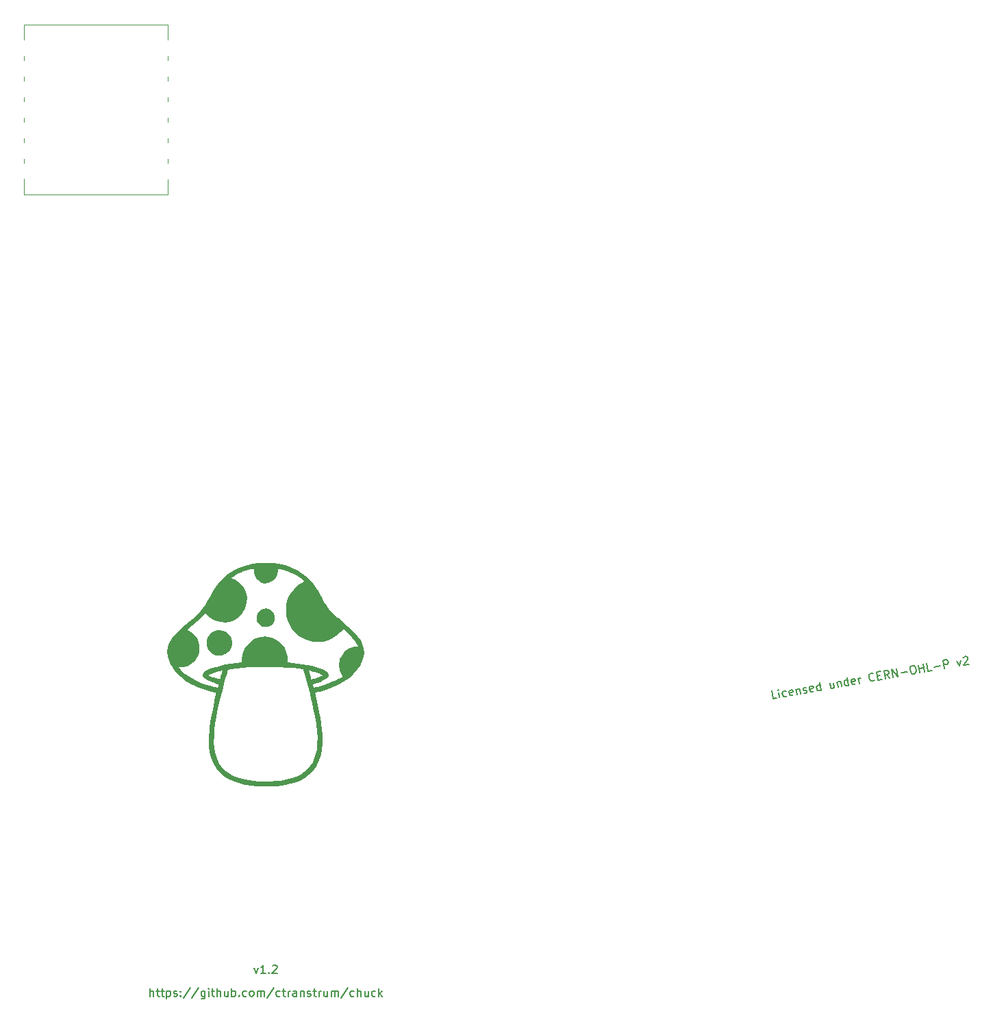
<source format=gbr>
%TF.GenerationSoftware,KiCad,Pcbnew,8.0.7*%
%TF.CreationDate,2025-02-03T22:04:45-07:00*%
%TF.ProjectId,chuck,63687563-6b2e-46b6-9963-61645f706362,v1.2*%
%TF.SameCoordinates,Original*%
%TF.FileFunction,Legend,Top*%
%TF.FilePolarity,Positive*%
%FSLAX46Y46*%
G04 Gerber Fmt 4.6, Leading zero omitted, Abs format (unit mm)*
G04 Created by KiCad (PCBNEW 8.0.7) date 2025-02-03 22:04:45*
%MOMM*%
%LPD*%
G01*
G04 APERTURE LIST*
%ADD10C,0.153000*%
%ADD11C,0.120000*%
%ADD12C,0.000000*%
G04 APERTURE END LIST*
D10*
X150009742Y-148080509D02*
X150247837Y-148747176D01*
X150247837Y-148747176D02*
X150485932Y-148080509D01*
X151390694Y-148747176D02*
X150819266Y-148747176D01*
X151104980Y-148747176D02*
X151104980Y-147747176D01*
X151104980Y-147747176D02*
X151009742Y-147890033D01*
X151009742Y-147890033D02*
X150914504Y-147985271D01*
X150914504Y-147985271D02*
X150819266Y-148032890D01*
X151819266Y-148651937D02*
X151866885Y-148699557D01*
X151866885Y-148699557D02*
X151819266Y-148747176D01*
X151819266Y-148747176D02*
X151771647Y-148699557D01*
X151771647Y-148699557D02*
X151819266Y-148651937D01*
X151819266Y-148651937D02*
X151819266Y-148747176D01*
X152247837Y-147842414D02*
X152295456Y-147794795D01*
X152295456Y-147794795D02*
X152390694Y-147747176D01*
X152390694Y-147747176D02*
X152628789Y-147747176D01*
X152628789Y-147747176D02*
X152724027Y-147794795D01*
X152724027Y-147794795D02*
X152771646Y-147842414D01*
X152771646Y-147842414D02*
X152819265Y-147937652D01*
X152819265Y-147937652D02*
X152819265Y-148032890D01*
X152819265Y-148032890D02*
X152771646Y-148175747D01*
X152771646Y-148175747D02*
X152200218Y-148747176D01*
X152200218Y-148747176D02*
X152819265Y-148747176D01*
X137128792Y-151597181D02*
X137128792Y-150597181D01*
X137557363Y-151597181D02*
X137557363Y-151073371D01*
X137557363Y-151073371D02*
X137509744Y-150978133D01*
X137509744Y-150978133D02*
X137414506Y-150930514D01*
X137414506Y-150930514D02*
X137271649Y-150930514D01*
X137271649Y-150930514D02*
X137176411Y-150978133D01*
X137176411Y-150978133D02*
X137128792Y-151025752D01*
X137890697Y-150930514D02*
X138271649Y-150930514D01*
X138033554Y-150597181D02*
X138033554Y-151454323D01*
X138033554Y-151454323D02*
X138081173Y-151549562D01*
X138081173Y-151549562D02*
X138176411Y-151597181D01*
X138176411Y-151597181D02*
X138271649Y-151597181D01*
X138462126Y-150930514D02*
X138843078Y-150930514D01*
X138604983Y-150597181D02*
X138604983Y-151454323D01*
X138604983Y-151454323D02*
X138652602Y-151549562D01*
X138652602Y-151549562D02*
X138747840Y-151597181D01*
X138747840Y-151597181D02*
X138843078Y-151597181D01*
X139176412Y-150930514D02*
X139176412Y-151930514D01*
X139176412Y-150978133D02*
X139271650Y-150930514D01*
X139271650Y-150930514D02*
X139462126Y-150930514D01*
X139462126Y-150930514D02*
X139557364Y-150978133D01*
X139557364Y-150978133D02*
X139604983Y-151025752D01*
X139604983Y-151025752D02*
X139652602Y-151120990D01*
X139652602Y-151120990D02*
X139652602Y-151406704D01*
X139652602Y-151406704D02*
X139604983Y-151501942D01*
X139604983Y-151501942D02*
X139557364Y-151549562D01*
X139557364Y-151549562D02*
X139462126Y-151597181D01*
X139462126Y-151597181D02*
X139271650Y-151597181D01*
X139271650Y-151597181D02*
X139176412Y-151549562D01*
X140033555Y-151549562D02*
X140128793Y-151597181D01*
X140128793Y-151597181D02*
X140319269Y-151597181D01*
X140319269Y-151597181D02*
X140414507Y-151549562D01*
X140414507Y-151549562D02*
X140462126Y-151454323D01*
X140462126Y-151454323D02*
X140462126Y-151406704D01*
X140462126Y-151406704D02*
X140414507Y-151311466D01*
X140414507Y-151311466D02*
X140319269Y-151263847D01*
X140319269Y-151263847D02*
X140176412Y-151263847D01*
X140176412Y-151263847D02*
X140081174Y-151216228D01*
X140081174Y-151216228D02*
X140033555Y-151120990D01*
X140033555Y-151120990D02*
X140033555Y-151073371D01*
X140033555Y-151073371D02*
X140081174Y-150978133D01*
X140081174Y-150978133D02*
X140176412Y-150930514D01*
X140176412Y-150930514D02*
X140319269Y-150930514D01*
X140319269Y-150930514D02*
X140414507Y-150978133D01*
X140890698Y-151501942D02*
X140938317Y-151549562D01*
X140938317Y-151549562D02*
X140890698Y-151597181D01*
X140890698Y-151597181D02*
X140843079Y-151549562D01*
X140843079Y-151549562D02*
X140890698Y-151501942D01*
X140890698Y-151501942D02*
X140890698Y-151597181D01*
X140890698Y-150978133D02*
X140938317Y-151025752D01*
X140938317Y-151025752D02*
X140890698Y-151073371D01*
X140890698Y-151073371D02*
X140843079Y-151025752D01*
X140843079Y-151025752D02*
X140890698Y-150978133D01*
X140890698Y-150978133D02*
X140890698Y-151073371D01*
X142081173Y-150549562D02*
X141224031Y-151835276D01*
X143128792Y-150549562D02*
X142271650Y-151835276D01*
X143890697Y-150930514D02*
X143890697Y-151740038D01*
X143890697Y-151740038D02*
X143843078Y-151835276D01*
X143843078Y-151835276D02*
X143795459Y-151882895D01*
X143795459Y-151882895D02*
X143700221Y-151930514D01*
X143700221Y-151930514D02*
X143557364Y-151930514D01*
X143557364Y-151930514D02*
X143462126Y-151882895D01*
X143890697Y-151549562D02*
X143795459Y-151597181D01*
X143795459Y-151597181D02*
X143604983Y-151597181D01*
X143604983Y-151597181D02*
X143509745Y-151549562D01*
X143509745Y-151549562D02*
X143462126Y-151501942D01*
X143462126Y-151501942D02*
X143414507Y-151406704D01*
X143414507Y-151406704D02*
X143414507Y-151120990D01*
X143414507Y-151120990D02*
X143462126Y-151025752D01*
X143462126Y-151025752D02*
X143509745Y-150978133D01*
X143509745Y-150978133D02*
X143604983Y-150930514D01*
X143604983Y-150930514D02*
X143795459Y-150930514D01*
X143795459Y-150930514D02*
X143890697Y-150978133D01*
X144366888Y-151597181D02*
X144366888Y-150930514D01*
X144366888Y-150597181D02*
X144319269Y-150644800D01*
X144319269Y-150644800D02*
X144366888Y-150692419D01*
X144366888Y-150692419D02*
X144414507Y-150644800D01*
X144414507Y-150644800D02*
X144366888Y-150597181D01*
X144366888Y-150597181D02*
X144366888Y-150692419D01*
X144700221Y-150930514D02*
X145081173Y-150930514D01*
X144843078Y-150597181D02*
X144843078Y-151454323D01*
X144843078Y-151454323D02*
X144890697Y-151549562D01*
X144890697Y-151549562D02*
X144985935Y-151597181D01*
X144985935Y-151597181D02*
X145081173Y-151597181D01*
X145414507Y-151597181D02*
X145414507Y-150597181D01*
X145843078Y-151597181D02*
X145843078Y-151073371D01*
X145843078Y-151073371D02*
X145795459Y-150978133D01*
X145795459Y-150978133D02*
X145700221Y-150930514D01*
X145700221Y-150930514D02*
X145557364Y-150930514D01*
X145557364Y-150930514D02*
X145462126Y-150978133D01*
X145462126Y-150978133D02*
X145414507Y-151025752D01*
X146747840Y-150930514D02*
X146747840Y-151597181D01*
X146319269Y-150930514D02*
X146319269Y-151454323D01*
X146319269Y-151454323D02*
X146366888Y-151549562D01*
X146366888Y-151549562D02*
X146462126Y-151597181D01*
X146462126Y-151597181D02*
X146604983Y-151597181D01*
X146604983Y-151597181D02*
X146700221Y-151549562D01*
X146700221Y-151549562D02*
X146747840Y-151501942D01*
X147224031Y-151597181D02*
X147224031Y-150597181D01*
X147224031Y-150978133D02*
X147319269Y-150930514D01*
X147319269Y-150930514D02*
X147509745Y-150930514D01*
X147509745Y-150930514D02*
X147604983Y-150978133D01*
X147604983Y-150978133D02*
X147652602Y-151025752D01*
X147652602Y-151025752D02*
X147700221Y-151120990D01*
X147700221Y-151120990D02*
X147700221Y-151406704D01*
X147700221Y-151406704D02*
X147652602Y-151501942D01*
X147652602Y-151501942D02*
X147604983Y-151549562D01*
X147604983Y-151549562D02*
X147509745Y-151597181D01*
X147509745Y-151597181D02*
X147319269Y-151597181D01*
X147319269Y-151597181D02*
X147224031Y-151549562D01*
X148128793Y-151501942D02*
X148176412Y-151549562D01*
X148176412Y-151549562D02*
X148128793Y-151597181D01*
X148128793Y-151597181D02*
X148081174Y-151549562D01*
X148081174Y-151549562D02*
X148128793Y-151501942D01*
X148128793Y-151501942D02*
X148128793Y-151597181D01*
X149033554Y-151549562D02*
X148938316Y-151597181D01*
X148938316Y-151597181D02*
X148747840Y-151597181D01*
X148747840Y-151597181D02*
X148652602Y-151549562D01*
X148652602Y-151549562D02*
X148604983Y-151501942D01*
X148604983Y-151501942D02*
X148557364Y-151406704D01*
X148557364Y-151406704D02*
X148557364Y-151120990D01*
X148557364Y-151120990D02*
X148604983Y-151025752D01*
X148604983Y-151025752D02*
X148652602Y-150978133D01*
X148652602Y-150978133D02*
X148747840Y-150930514D01*
X148747840Y-150930514D02*
X148938316Y-150930514D01*
X148938316Y-150930514D02*
X149033554Y-150978133D01*
X149604983Y-151597181D02*
X149509745Y-151549562D01*
X149509745Y-151549562D02*
X149462126Y-151501942D01*
X149462126Y-151501942D02*
X149414507Y-151406704D01*
X149414507Y-151406704D02*
X149414507Y-151120990D01*
X149414507Y-151120990D02*
X149462126Y-151025752D01*
X149462126Y-151025752D02*
X149509745Y-150978133D01*
X149509745Y-150978133D02*
X149604983Y-150930514D01*
X149604983Y-150930514D02*
X149747840Y-150930514D01*
X149747840Y-150930514D02*
X149843078Y-150978133D01*
X149843078Y-150978133D02*
X149890697Y-151025752D01*
X149890697Y-151025752D02*
X149938316Y-151120990D01*
X149938316Y-151120990D02*
X149938316Y-151406704D01*
X149938316Y-151406704D02*
X149890697Y-151501942D01*
X149890697Y-151501942D02*
X149843078Y-151549562D01*
X149843078Y-151549562D02*
X149747840Y-151597181D01*
X149747840Y-151597181D02*
X149604983Y-151597181D01*
X150366888Y-151597181D02*
X150366888Y-150930514D01*
X150366888Y-151025752D02*
X150414507Y-150978133D01*
X150414507Y-150978133D02*
X150509745Y-150930514D01*
X150509745Y-150930514D02*
X150652602Y-150930514D01*
X150652602Y-150930514D02*
X150747840Y-150978133D01*
X150747840Y-150978133D02*
X150795459Y-151073371D01*
X150795459Y-151073371D02*
X150795459Y-151597181D01*
X150795459Y-151073371D02*
X150843078Y-150978133D01*
X150843078Y-150978133D02*
X150938316Y-150930514D01*
X150938316Y-150930514D02*
X151081173Y-150930514D01*
X151081173Y-150930514D02*
X151176412Y-150978133D01*
X151176412Y-150978133D02*
X151224031Y-151073371D01*
X151224031Y-151073371D02*
X151224031Y-151597181D01*
X152414506Y-150549562D02*
X151557364Y-151835276D01*
X153176411Y-151549562D02*
X153081173Y-151597181D01*
X153081173Y-151597181D02*
X152890697Y-151597181D01*
X152890697Y-151597181D02*
X152795459Y-151549562D01*
X152795459Y-151549562D02*
X152747840Y-151501942D01*
X152747840Y-151501942D02*
X152700221Y-151406704D01*
X152700221Y-151406704D02*
X152700221Y-151120990D01*
X152700221Y-151120990D02*
X152747840Y-151025752D01*
X152747840Y-151025752D02*
X152795459Y-150978133D01*
X152795459Y-150978133D02*
X152890697Y-150930514D01*
X152890697Y-150930514D02*
X153081173Y-150930514D01*
X153081173Y-150930514D02*
X153176411Y-150978133D01*
X153462126Y-150930514D02*
X153843078Y-150930514D01*
X153604983Y-150597181D02*
X153604983Y-151454323D01*
X153604983Y-151454323D02*
X153652602Y-151549562D01*
X153652602Y-151549562D02*
X153747840Y-151597181D01*
X153747840Y-151597181D02*
X153843078Y-151597181D01*
X154176412Y-151597181D02*
X154176412Y-150930514D01*
X154176412Y-151120990D02*
X154224031Y-151025752D01*
X154224031Y-151025752D02*
X154271650Y-150978133D01*
X154271650Y-150978133D02*
X154366888Y-150930514D01*
X154366888Y-150930514D02*
X154462126Y-150930514D01*
X155224031Y-151597181D02*
X155224031Y-151073371D01*
X155224031Y-151073371D02*
X155176412Y-150978133D01*
X155176412Y-150978133D02*
X155081174Y-150930514D01*
X155081174Y-150930514D02*
X154890698Y-150930514D01*
X154890698Y-150930514D02*
X154795460Y-150978133D01*
X155224031Y-151549562D02*
X155128793Y-151597181D01*
X155128793Y-151597181D02*
X154890698Y-151597181D01*
X154890698Y-151597181D02*
X154795460Y-151549562D01*
X154795460Y-151549562D02*
X154747841Y-151454323D01*
X154747841Y-151454323D02*
X154747841Y-151359085D01*
X154747841Y-151359085D02*
X154795460Y-151263847D01*
X154795460Y-151263847D02*
X154890698Y-151216228D01*
X154890698Y-151216228D02*
X155128793Y-151216228D01*
X155128793Y-151216228D02*
X155224031Y-151168609D01*
X155700222Y-150930514D02*
X155700222Y-151597181D01*
X155700222Y-151025752D02*
X155747841Y-150978133D01*
X155747841Y-150978133D02*
X155843079Y-150930514D01*
X155843079Y-150930514D02*
X155985936Y-150930514D01*
X155985936Y-150930514D02*
X156081174Y-150978133D01*
X156081174Y-150978133D02*
X156128793Y-151073371D01*
X156128793Y-151073371D02*
X156128793Y-151597181D01*
X156557365Y-151549562D02*
X156652603Y-151597181D01*
X156652603Y-151597181D02*
X156843079Y-151597181D01*
X156843079Y-151597181D02*
X156938317Y-151549562D01*
X156938317Y-151549562D02*
X156985936Y-151454323D01*
X156985936Y-151454323D02*
X156985936Y-151406704D01*
X156985936Y-151406704D02*
X156938317Y-151311466D01*
X156938317Y-151311466D02*
X156843079Y-151263847D01*
X156843079Y-151263847D02*
X156700222Y-151263847D01*
X156700222Y-151263847D02*
X156604984Y-151216228D01*
X156604984Y-151216228D02*
X156557365Y-151120990D01*
X156557365Y-151120990D02*
X156557365Y-151073371D01*
X156557365Y-151073371D02*
X156604984Y-150978133D01*
X156604984Y-150978133D02*
X156700222Y-150930514D01*
X156700222Y-150930514D02*
X156843079Y-150930514D01*
X156843079Y-150930514D02*
X156938317Y-150978133D01*
X157271651Y-150930514D02*
X157652603Y-150930514D01*
X157414508Y-150597181D02*
X157414508Y-151454323D01*
X157414508Y-151454323D02*
X157462127Y-151549562D01*
X157462127Y-151549562D02*
X157557365Y-151597181D01*
X157557365Y-151597181D02*
X157652603Y-151597181D01*
X157985937Y-151597181D02*
X157985937Y-150930514D01*
X157985937Y-151120990D02*
X158033556Y-151025752D01*
X158033556Y-151025752D02*
X158081175Y-150978133D01*
X158081175Y-150978133D02*
X158176413Y-150930514D01*
X158176413Y-150930514D02*
X158271651Y-150930514D01*
X159033556Y-150930514D02*
X159033556Y-151597181D01*
X158604985Y-150930514D02*
X158604985Y-151454323D01*
X158604985Y-151454323D02*
X158652604Y-151549562D01*
X158652604Y-151549562D02*
X158747842Y-151597181D01*
X158747842Y-151597181D02*
X158890699Y-151597181D01*
X158890699Y-151597181D02*
X158985937Y-151549562D01*
X158985937Y-151549562D02*
X159033556Y-151501942D01*
X159509747Y-151597181D02*
X159509747Y-150930514D01*
X159509747Y-151025752D02*
X159557366Y-150978133D01*
X159557366Y-150978133D02*
X159652604Y-150930514D01*
X159652604Y-150930514D02*
X159795461Y-150930514D01*
X159795461Y-150930514D02*
X159890699Y-150978133D01*
X159890699Y-150978133D02*
X159938318Y-151073371D01*
X159938318Y-151073371D02*
X159938318Y-151597181D01*
X159938318Y-151073371D02*
X159985937Y-150978133D01*
X159985937Y-150978133D02*
X160081175Y-150930514D01*
X160081175Y-150930514D02*
X160224032Y-150930514D01*
X160224032Y-150930514D02*
X160319271Y-150978133D01*
X160319271Y-150978133D02*
X160366890Y-151073371D01*
X160366890Y-151073371D02*
X160366890Y-151597181D01*
X161557365Y-150549562D02*
X160700223Y-151835276D01*
X162319270Y-151549562D02*
X162224032Y-151597181D01*
X162224032Y-151597181D02*
X162033556Y-151597181D01*
X162033556Y-151597181D02*
X161938318Y-151549562D01*
X161938318Y-151549562D02*
X161890699Y-151501942D01*
X161890699Y-151501942D02*
X161843080Y-151406704D01*
X161843080Y-151406704D02*
X161843080Y-151120990D01*
X161843080Y-151120990D02*
X161890699Y-151025752D01*
X161890699Y-151025752D02*
X161938318Y-150978133D01*
X161938318Y-150978133D02*
X162033556Y-150930514D01*
X162033556Y-150930514D02*
X162224032Y-150930514D01*
X162224032Y-150930514D02*
X162319270Y-150978133D01*
X162747842Y-151597181D02*
X162747842Y-150597181D01*
X163176413Y-151597181D02*
X163176413Y-151073371D01*
X163176413Y-151073371D02*
X163128794Y-150978133D01*
X163128794Y-150978133D02*
X163033556Y-150930514D01*
X163033556Y-150930514D02*
X162890699Y-150930514D01*
X162890699Y-150930514D02*
X162795461Y-150978133D01*
X162795461Y-150978133D02*
X162747842Y-151025752D01*
X164081175Y-150930514D02*
X164081175Y-151597181D01*
X163652604Y-150930514D02*
X163652604Y-151454323D01*
X163652604Y-151454323D02*
X163700223Y-151549562D01*
X163700223Y-151549562D02*
X163795461Y-151597181D01*
X163795461Y-151597181D02*
X163938318Y-151597181D01*
X163938318Y-151597181D02*
X164033556Y-151549562D01*
X164033556Y-151549562D02*
X164081175Y-151501942D01*
X164985937Y-151549562D02*
X164890699Y-151597181D01*
X164890699Y-151597181D02*
X164700223Y-151597181D01*
X164700223Y-151597181D02*
X164604985Y-151549562D01*
X164604985Y-151549562D02*
X164557366Y-151501942D01*
X164557366Y-151501942D02*
X164509747Y-151406704D01*
X164509747Y-151406704D02*
X164509747Y-151120990D01*
X164509747Y-151120990D02*
X164557366Y-151025752D01*
X164557366Y-151025752D02*
X164604985Y-150978133D01*
X164604985Y-150978133D02*
X164700223Y-150930514D01*
X164700223Y-150930514D02*
X164890699Y-150930514D01*
X164890699Y-150930514D02*
X164985937Y-150978133D01*
X165414509Y-151597181D02*
X165414509Y-150597181D01*
X165509747Y-151216228D02*
X165795461Y-151597181D01*
X165795461Y-150930514D02*
X165414509Y-151311466D01*
X214612781Y-114724368D02*
X214143825Y-114807058D01*
X214143825Y-114807058D02*
X213970177Y-113822250D01*
X214941051Y-114666486D02*
X214825285Y-114009947D01*
X214767403Y-113681678D02*
X214728776Y-113736843D01*
X214728776Y-113736843D02*
X214783941Y-113775469D01*
X214783941Y-113775469D02*
X214822567Y-113720305D01*
X214822567Y-113720305D02*
X214767403Y-113681678D01*
X214767403Y-113681678D02*
X214783941Y-113775469D01*
X215823798Y-114462480D02*
X215738276Y-114525913D01*
X215738276Y-114525913D02*
X215550693Y-114558989D01*
X215550693Y-114558989D02*
X215448633Y-114528632D01*
X215448633Y-114528632D02*
X215393469Y-114490005D01*
X215393469Y-114490005D02*
X215330035Y-114404483D01*
X215330035Y-114404483D02*
X215280421Y-114123109D01*
X215280421Y-114123109D02*
X215310779Y-114021049D01*
X215310779Y-114021049D02*
X215349406Y-113965884D01*
X215349406Y-113965884D02*
X215434928Y-113902451D01*
X215434928Y-113902451D02*
X215622510Y-113869375D01*
X215622510Y-113869375D02*
X215724570Y-113899733D01*
X216621023Y-114321908D02*
X216535501Y-114385341D01*
X216535501Y-114385341D02*
X216347919Y-114418417D01*
X216347919Y-114418417D02*
X216245859Y-114388059D01*
X216245859Y-114388059D02*
X216182425Y-114302537D01*
X216182425Y-114302537D02*
X216116273Y-113927372D01*
X216116273Y-113927372D02*
X216146631Y-113825312D01*
X216146631Y-113825312D02*
X216232153Y-113761878D01*
X216232153Y-113761878D02*
X216419736Y-113728803D01*
X216419736Y-113728803D02*
X216521796Y-113759160D01*
X216521796Y-113759160D02*
X216585229Y-113844683D01*
X216585229Y-113844683D02*
X216601767Y-113938474D01*
X216601767Y-113938474D02*
X216149349Y-114114955D01*
X216982483Y-113629575D02*
X217098249Y-114286114D01*
X216999021Y-113723366D02*
X217037648Y-113668202D01*
X217037648Y-113668202D02*
X217123170Y-113604768D01*
X217123170Y-113604768D02*
X217263857Y-113579961D01*
X217263857Y-113579961D02*
X217365917Y-113610319D01*
X217365917Y-113610319D02*
X217429351Y-113695841D01*
X217429351Y-113695841D02*
X217520309Y-114211693D01*
X217934101Y-114090377D02*
X218036161Y-114120734D01*
X218036161Y-114120734D02*
X218223743Y-114087658D01*
X218223743Y-114087658D02*
X218309266Y-114024225D01*
X218309266Y-114024225D02*
X218339623Y-113922165D01*
X218339623Y-113922165D02*
X218331354Y-113875269D01*
X218331354Y-113875269D02*
X218267921Y-113789747D01*
X218267921Y-113789747D02*
X218165861Y-113759389D01*
X218165861Y-113759389D02*
X218025174Y-113784196D01*
X218025174Y-113784196D02*
X217923114Y-113753838D01*
X217923114Y-113753838D02*
X217859680Y-113668316D01*
X217859680Y-113668316D02*
X217851411Y-113621421D01*
X217851411Y-113621421D02*
X217881769Y-113519360D01*
X217881769Y-113519360D02*
X217967291Y-113455927D01*
X217967291Y-113455927D02*
X218107978Y-113431120D01*
X218107978Y-113431120D02*
X218210038Y-113461478D01*
X219153387Y-113875384D02*
X219067864Y-113938817D01*
X219067864Y-113938817D02*
X218880282Y-113971893D01*
X218880282Y-113971893D02*
X218778222Y-113941535D01*
X218778222Y-113941535D02*
X218714788Y-113856013D01*
X218714788Y-113856013D02*
X218648637Y-113480848D01*
X218648637Y-113480848D02*
X218678994Y-113378788D01*
X218678994Y-113378788D02*
X218764517Y-113315354D01*
X218764517Y-113315354D02*
X218952099Y-113282279D01*
X218952099Y-113282279D02*
X219054159Y-113312636D01*
X219054159Y-113312636D02*
X219117593Y-113398159D01*
X219117593Y-113398159D02*
X219134131Y-113491950D01*
X219134131Y-113491950D02*
X218681712Y-113668431D01*
X220052672Y-113765169D02*
X219879024Y-112780361D01*
X220044403Y-113718273D02*
X219958881Y-113781707D01*
X219958881Y-113781707D02*
X219771299Y-113814783D01*
X219771299Y-113814783D02*
X219669238Y-113784425D01*
X219669238Y-113784425D02*
X219614074Y-113745798D01*
X219614074Y-113745798D02*
X219550640Y-113660276D01*
X219550640Y-113660276D02*
X219501027Y-113378902D01*
X219501027Y-113378902D02*
X219531384Y-113276842D01*
X219531384Y-113276842D02*
X219570011Y-113221678D01*
X219570011Y-113221678D02*
X219655533Y-113158244D01*
X219655533Y-113158244D02*
X219843116Y-113125168D01*
X219843116Y-113125168D02*
X219945176Y-113155526D01*
X221578253Y-112819217D02*
X221694019Y-113475755D01*
X221156193Y-112893637D02*
X221247152Y-113409489D01*
X221247152Y-113409489D02*
X221310585Y-113495011D01*
X221310585Y-113495011D02*
X221412645Y-113525369D01*
X221412645Y-113525369D02*
X221553332Y-113500562D01*
X221553332Y-113500562D02*
X221638854Y-113437129D01*
X221638854Y-113437129D02*
X221677481Y-113381964D01*
X222047210Y-112736527D02*
X222162975Y-113393066D01*
X222063748Y-112830318D02*
X222102374Y-112775154D01*
X222102374Y-112775154D02*
X222187896Y-112711720D01*
X222187896Y-112711720D02*
X222328583Y-112686913D01*
X222328583Y-112686913D02*
X222430643Y-112717271D01*
X222430643Y-112717271D02*
X222494077Y-112802793D01*
X222494077Y-112802793D02*
X222585036Y-113318645D01*
X223476052Y-113161535D02*
X223302404Y-112176727D01*
X223467783Y-113114639D02*
X223382261Y-113178073D01*
X223382261Y-113178073D02*
X223194679Y-113211148D01*
X223194679Y-113211148D02*
X223092618Y-113180791D01*
X223092618Y-113180791D02*
X223037454Y-113142164D01*
X223037454Y-113142164D02*
X222974020Y-113056642D01*
X222974020Y-113056642D02*
X222924406Y-112775268D01*
X222924406Y-112775268D02*
X222954764Y-112673208D01*
X222954764Y-112673208D02*
X222993391Y-112618044D01*
X222993391Y-112618044D02*
X223078913Y-112554610D01*
X223078913Y-112554610D02*
X223266495Y-112521534D01*
X223266495Y-112521534D02*
X223368556Y-112551892D01*
X224311904Y-112965798D02*
X224226382Y-113029231D01*
X224226382Y-113029231D02*
X224038800Y-113062307D01*
X224038800Y-113062307D02*
X223936739Y-113031949D01*
X223936739Y-113031949D02*
X223873306Y-112946427D01*
X223873306Y-112946427D02*
X223807154Y-112571262D01*
X223807154Y-112571262D02*
X223837512Y-112469202D01*
X223837512Y-112469202D02*
X223923034Y-112405769D01*
X223923034Y-112405769D02*
X224110617Y-112372693D01*
X224110617Y-112372693D02*
X224212677Y-112403051D01*
X224212677Y-112403051D02*
X224276110Y-112488573D01*
X224276110Y-112488573D02*
X224292648Y-112582364D01*
X224292648Y-112582364D02*
X223840230Y-112758845D01*
X224789129Y-112930004D02*
X224673364Y-112273465D01*
X224706440Y-112461048D02*
X224736797Y-112358988D01*
X224736797Y-112358988D02*
X224775424Y-112303823D01*
X224775424Y-112303823D02*
X224860946Y-112240389D01*
X224860946Y-112240389D02*
X224954738Y-112223851D01*
X226695312Y-112497185D02*
X226656685Y-112552350D01*
X226656685Y-112552350D02*
X226524267Y-112624052D01*
X226524267Y-112624052D02*
X226430476Y-112640590D01*
X226430476Y-112640590D02*
X226281520Y-112618501D01*
X226281520Y-112618501D02*
X226171191Y-112541248D01*
X226171191Y-112541248D02*
X226107758Y-112455726D01*
X226107758Y-112455726D02*
X226027786Y-112276412D01*
X226027786Y-112276412D02*
X226002979Y-112135725D01*
X226002979Y-112135725D02*
X226016799Y-111939874D01*
X226016799Y-111939874D02*
X226047157Y-111837814D01*
X226047157Y-111837814D02*
X226124410Y-111727485D01*
X226124410Y-111727485D02*
X226256828Y-111655782D01*
X226256828Y-111655782D02*
X226350619Y-111639244D01*
X226350619Y-111639244D02*
X226499575Y-111661333D01*
X226499575Y-111661333D02*
X226554740Y-111699960D01*
X227042952Y-112000704D02*
X227371221Y-111942821D01*
X227602866Y-112433866D02*
X227133910Y-112516556D01*
X227133910Y-112516556D02*
X226960262Y-111531748D01*
X226960262Y-111531748D02*
X227429218Y-111449058D01*
X228587674Y-112260218D02*
X228176715Y-111849144D01*
X228024927Y-112359445D02*
X227851279Y-111374638D01*
X227851279Y-111374638D02*
X228226444Y-111308486D01*
X228226444Y-111308486D02*
X228328504Y-111338844D01*
X228328504Y-111338844D02*
X228383668Y-111377470D01*
X228383668Y-111377470D02*
X228447102Y-111462992D01*
X228447102Y-111462992D02*
X228471909Y-111603679D01*
X228471909Y-111603679D02*
X228441551Y-111705739D01*
X228441551Y-111705739D02*
X228402924Y-111760904D01*
X228402924Y-111760904D02*
X228317402Y-111824338D01*
X228317402Y-111824338D02*
X227942237Y-111890489D01*
X229009735Y-112185797D02*
X228836087Y-111200989D01*
X228836087Y-111200989D02*
X229572482Y-112086570D01*
X229572482Y-112086570D02*
X229398834Y-111101762D01*
X229975286Y-111628715D02*
X230725616Y-111496412D01*
X231274658Y-110771003D02*
X231462240Y-110737928D01*
X231462240Y-110737928D02*
X231564300Y-110768285D01*
X231564300Y-110768285D02*
X231674630Y-110845539D01*
X231674630Y-110845539D02*
X231754601Y-111024852D01*
X231754601Y-111024852D02*
X231812484Y-111353121D01*
X231812484Y-111353121D02*
X231798664Y-111548973D01*
X231798664Y-111548973D02*
X231721411Y-111659302D01*
X231721411Y-111659302D02*
X231635888Y-111722735D01*
X231635888Y-111722735D02*
X231448306Y-111755811D01*
X231448306Y-111755811D02*
X231346246Y-111725454D01*
X231346246Y-111725454D02*
X231235917Y-111648200D01*
X231235917Y-111648200D02*
X231155945Y-111468887D01*
X231155945Y-111468887D02*
X231098063Y-111140618D01*
X231098063Y-111140618D02*
X231111882Y-110944766D01*
X231111882Y-110944766D02*
X231189136Y-110834437D01*
X231189136Y-110834437D02*
X231274658Y-110771003D01*
X232292427Y-111606970D02*
X232118779Y-110622162D01*
X232201468Y-111091118D02*
X232764216Y-110991891D01*
X232855174Y-111507742D02*
X232681526Y-110522935D01*
X233793086Y-111342363D02*
X233324130Y-111425053D01*
X233324130Y-111425053D02*
X233150482Y-110440245D01*
X234055204Y-110909316D02*
X234805534Y-110777012D01*
X235340641Y-111069488D02*
X235166993Y-110084680D01*
X235166993Y-110084680D02*
X235542158Y-110018528D01*
X235542158Y-110018528D02*
X235644218Y-110048886D01*
X235644218Y-110048886D02*
X235699383Y-110087512D01*
X235699383Y-110087512D02*
X235762816Y-110173035D01*
X235762816Y-110173035D02*
X235787623Y-110313721D01*
X235787623Y-110313721D02*
X235757265Y-110415782D01*
X235757265Y-110415782D02*
X235718639Y-110470946D01*
X235718639Y-110470946D02*
X235633117Y-110534380D01*
X235633117Y-110534380D02*
X235257952Y-110600531D01*
X236866222Y-110123535D02*
X237216466Y-110738729D01*
X237216466Y-110738729D02*
X237335178Y-110040846D01*
X237622103Y-109748485D02*
X237660730Y-109693320D01*
X237660730Y-109693320D02*
X237746252Y-109629887D01*
X237746252Y-109629887D02*
X237980730Y-109588542D01*
X237980730Y-109588542D02*
X238082790Y-109618900D01*
X238082790Y-109618900D02*
X238137955Y-109657526D01*
X238137955Y-109657526D02*
X238201388Y-109743049D01*
X238201388Y-109743049D02*
X238217926Y-109836840D01*
X238217926Y-109836840D02*
X238195838Y-109985796D01*
X238195838Y-109985796D02*
X237732318Y-110647770D01*
X237732318Y-110647770D02*
X238341961Y-110540274D01*
D11*
%TO.C,MCU1*%
X121548318Y-40436508D02*
X121548319Y-40966508D01*
X121548319Y-33381508D02*
X121548326Y-31481506D01*
X121548319Y-35356508D02*
X121548319Y-35886508D01*
X121548319Y-42976508D02*
X121548322Y-43506511D01*
X121548319Y-45516508D02*
X121548320Y-46046508D01*
X121548319Y-48056508D02*
X121548319Y-48586508D01*
X121548321Y-52481508D02*
X121548319Y-50581508D01*
X121548326Y-31481506D02*
X139328317Y-31481508D01*
X121548327Y-37896508D02*
X121548319Y-38426508D01*
X139328311Y-40446507D02*
X139328319Y-40976508D01*
X139328312Y-52481510D02*
X121548321Y-52481508D01*
X139328316Y-35371509D02*
X139328319Y-35901508D01*
X139328319Y-31491508D02*
X139328319Y-33331506D01*
X139328319Y-37906508D02*
X139328319Y-38436508D01*
X139328319Y-42976508D02*
X139328317Y-43506508D01*
X139328319Y-45526508D02*
X139328319Y-46056508D01*
X139328319Y-48066508D02*
X139328319Y-48596508D01*
X139328319Y-50591508D02*
X139328312Y-52481510D01*
D12*
%TO.C,G\u002A\u002A\u002A*%
G36*
X151782736Y-103717542D02*
G01*
X151995840Y-103812796D01*
X152247355Y-104015623D01*
X152425203Y-104273721D01*
X152526421Y-104568263D01*
X152548049Y-104880421D01*
X152487125Y-105191369D01*
X152340687Y-105482280D01*
X152272475Y-105571408D01*
X152057904Y-105753778D01*
X151785403Y-105880285D01*
X151485970Y-105943567D01*
X151190601Y-105936263D01*
X150984153Y-105877345D01*
X150698129Y-105703172D01*
X150484818Y-105473060D01*
X150345274Y-105203585D01*
X150280552Y-104911320D01*
X150291705Y-104612839D01*
X150379786Y-104324717D01*
X150545851Y-104063528D01*
X150790951Y-103845845D01*
X150852535Y-103807226D01*
X151146014Y-103691200D01*
X151465715Y-103661352D01*
X151782736Y-103717542D01*
G37*
G36*
X146117176Y-106397529D02*
G01*
X146463530Y-106541266D01*
X146770145Y-106768787D01*
X147004112Y-107048494D01*
X147171801Y-107388223D01*
X147248577Y-107748144D01*
X147239221Y-108111950D01*
X147148516Y-108463337D01*
X146981245Y-108785998D01*
X146742190Y-109063629D01*
X146436133Y-109279925D01*
X146335248Y-109328972D01*
X146135680Y-109393619D01*
X145890896Y-109439844D01*
X145637897Y-109463868D01*
X145413684Y-109461915D01*
X145274274Y-109437308D01*
X144900777Y-109263165D01*
X144580755Y-109011358D01*
X144330043Y-108695922D01*
X144234035Y-108515220D01*
X144152819Y-108243023D01*
X144123142Y-107927750D01*
X144144776Y-107610325D01*
X144217493Y-107331673D01*
X144240946Y-107278347D01*
X144437867Y-106951126D01*
X144681416Y-106701518D01*
X144989958Y-106509264D01*
X145365361Y-106377505D01*
X145746110Y-106341601D01*
X146117176Y-106397529D01*
G37*
G36*
X151669117Y-98024888D02*
G01*
X152118686Y-98041954D01*
X152538404Y-98071866D01*
X152898338Y-98113757D01*
X153020380Y-98133953D01*
X153851791Y-98331187D01*
X154636045Y-98604746D01*
X155364550Y-98950333D01*
X156028711Y-99363655D01*
X156619936Y-99840415D01*
X156819412Y-100032977D01*
X157021223Y-100244197D01*
X157202142Y-100450007D01*
X157371705Y-100664552D01*
X157539448Y-100901979D01*
X157714908Y-101176434D01*
X157907621Y-101502064D01*
X158127123Y-101893016D01*
X158353278Y-102308365D01*
X158652868Y-102839973D01*
X158940979Y-103295376D01*
X159235245Y-103696564D01*
X159553306Y-104065525D01*
X159912796Y-104424249D01*
X160331353Y-104794725D01*
X160381129Y-104836611D01*
X160791924Y-105185404D01*
X161193995Y-105535403D01*
X161576710Y-105876781D01*
X161929438Y-106199711D01*
X162241548Y-106494366D01*
X162502406Y-106750918D01*
X162701383Y-106959539D01*
X162795080Y-107067974D01*
X163143947Y-107567228D01*
X163390743Y-108074186D01*
X163535472Y-108588172D01*
X163578139Y-109108507D01*
X163518748Y-109634517D01*
X163357303Y-110165522D01*
X163093809Y-110700848D01*
X162767792Y-111187933D01*
X162287099Y-111743967D01*
X161718671Y-112254375D01*
X161067999Y-112715938D01*
X160340575Y-113125439D01*
X159541890Y-113479663D01*
X158677435Y-113775391D01*
X158076694Y-113936207D01*
X157864958Y-113989309D01*
X157691791Y-114036990D01*
X157580780Y-114072531D01*
X157553870Y-114085188D01*
X157548332Y-114146657D01*
X157566497Y-114280368D01*
X157604507Y-114459921D01*
X157614646Y-114500969D01*
X157684864Y-114792221D01*
X157767620Y-115157712D01*
X157857345Y-115570872D01*
X157948469Y-116005134D01*
X158035425Y-116433929D01*
X158112644Y-116830688D01*
X158174556Y-117168845D01*
X158178061Y-117188992D01*
X158285238Y-117891357D01*
X158364581Y-118592169D01*
X158415311Y-119273926D01*
X158436649Y-119919121D01*
X158427815Y-120510252D01*
X158388030Y-121029815D01*
X158358574Y-121243345D01*
X158197839Y-121968468D01*
X157961310Y-122626416D01*
X157648222Y-123217911D01*
X157257809Y-123743677D01*
X156789306Y-124204434D01*
X156241947Y-124600907D01*
X155614966Y-124933817D01*
X154907599Y-125203887D01*
X154119079Y-125411839D01*
X153894593Y-125456972D01*
X153346590Y-125541438D01*
X152727610Y-125604344D01*
X152066994Y-125644771D01*
X151394083Y-125661801D01*
X150738219Y-125654516D01*
X150128743Y-125621996D01*
X149765749Y-125586215D01*
X148886686Y-125447720D01*
X148092704Y-125254500D01*
X147381434Y-125005140D01*
X146750504Y-124698226D01*
X146197545Y-124332341D01*
X145720186Y-123906069D01*
X145316056Y-123417996D01*
X144982786Y-122866707D01*
X144889782Y-122674669D01*
X144714637Y-122243934D01*
X144581793Y-121801477D01*
X144487747Y-121327638D01*
X144428992Y-120802755D01*
X144402025Y-120207168D01*
X144401906Y-120194574D01*
X145019381Y-120194574D01*
X145060579Y-120830262D01*
X145148461Y-121409914D01*
X145282973Y-121937893D01*
X145464065Y-122418565D01*
X145691685Y-122856293D01*
X145931458Y-123210785D01*
X146288488Y-123600930D01*
X146734890Y-123949979D01*
X147265236Y-124255601D01*
X147874098Y-124515470D01*
X148556050Y-124727254D01*
X149305665Y-124888627D01*
X150087984Y-124994360D01*
X150393983Y-125015153D01*
X150776425Y-125026362D01*
X151209837Y-125028555D01*
X151668746Y-125022301D01*
X152127681Y-125008168D01*
X152561168Y-124986724D01*
X152943736Y-124958538D01*
X153249911Y-124924179D01*
X153253098Y-124923720D01*
X153988484Y-124794499D01*
X154637008Y-124629935D01*
X155209514Y-124425403D01*
X155716846Y-124176273D01*
X156169847Y-123877918D01*
X156579362Y-123525711D01*
X156617905Y-123487782D01*
X156955650Y-123101126D01*
X157236818Y-122667418D01*
X157461864Y-122182393D01*
X157631243Y-121641785D01*
X157745410Y-121041327D01*
X157804821Y-120376755D01*
X157809929Y-119643802D01*
X157761191Y-118838202D01*
X157659061Y-117955689D01*
X157503994Y-116991998D01*
X157379884Y-116344032D01*
X157283732Y-115891187D01*
X157164129Y-115364434D01*
X157027126Y-114787941D01*
X156878777Y-114185877D01*
X156725132Y-113582413D01*
X156572245Y-113001718D01*
X156426165Y-112467961D01*
X156296369Y-112016815D01*
X156090945Y-111325484D01*
X156770366Y-111325484D01*
X156774513Y-111370416D01*
X156802204Y-111488719D01*
X156847592Y-111655651D01*
X156852039Y-111671149D01*
X156911705Y-111879774D01*
X156967899Y-112078727D01*
X157004027Y-112208851D01*
X157044047Y-112331003D01*
X157078684Y-112397065D01*
X157085489Y-112400887D01*
X157146605Y-112388962D01*
X157277051Y-112357882D01*
X157428160Y-112319618D01*
X157638961Y-112256611D01*
X157888446Y-112170004D01*
X158119242Y-112079907D01*
X158496696Y-111921466D01*
X158260195Y-111801272D01*
X158153681Y-111756437D01*
X157979588Y-111693002D01*
X157760552Y-111618196D01*
X157519204Y-111539246D01*
X157278179Y-111463381D01*
X157060110Y-111397830D01*
X156887630Y-111349819D01*
X156783373Y-111326578D01*
X156770366Y-111325484D01*
X156090945Y-111325484D01*
X156052904Y-111197460D01*
X155446513Y-111110802D01*
X154803309Y-111032640D01*
X154081189Y-110968975D01*
X153302707Y-110920422D01*
X152490423Y-110887599D01*
X151666892Y-110871120D01*
X150854672Y-110871601D01*
X150076319Y-110889658D01*
X149354391Y-110925908D01*
X149166210Y-110939342D01*
X148754824Y-110972932D01*
X148350018Y-111009804D01*
X147965080Y-111048402D01*
X147613303Y-111087169D01*
X147307975Y-111124552D01*
X147062388Y-111158993D01*
X146889832Y-111188938D01*
X146803596Y-111212830D01*
X146798100Y-111216525D01*
X146768209Y-111280751D01*
X146715950Y-111431415D01*
X146645000Y-111655905D01*
X146559034Y-111941606D01*
X146461730Y-112275905D01*
X146356764Y-112646187D01*
X146247813Y-113039840D01*
X146138552Y-113444250D01*
X146042430Y-113809153D01*
X145755408Y-114959291D01*
X145515429Y-116022844D01*
X145322442Y-117004176D01*
X145176395Y-117907651D01*
X145077237Y-118737632D01*
X145024916Y-119498485D01*
X145019381Y-120194574D01*
X144401906Y-120194574D01*
X144399330Y-119923062D01*
X144408362Y-119415024D01*
X144437216Y-118898245D01*
X144487739Y-118359695D01*
X144561779Y-117786343D01*
X144661187Y-117165161D01*
X144787809Y-116483117D01*
X144943496Y-115727183D01*
X145087596Y-115072105D01*
X145173327Y-114677590D01*
X145231115Y-114380097D01*
X145260892Y-114180044D01*
X145262589Y-114077848D01*
X145253966Y-114063828D01*
X145181702Y-114044422D01*
X145035489Y-114007528D01*
X144840967Y-113959573D01*
X144736573Y-113934175D01*
X144218192Y-113793247D01*
X143678071Y-113618858D01*
X143142590Y-113421161D01*
X142638131Y-113210311D01*
X142191078Y-112996461D01*
X141936788Y-112856552D01*
X141625420Y-112652396D01*
X141279987Y-112391497D01*
X140929596Y-112097727D01*
X140603353Y-111794960D01*
X140442870Y-111631246D01*
X140010322Y-111114939D01*
X139899433Y-110941411D01*
X140642348Y-110941411D01*
X140948331Y-111251873D01*
X141461454Y-111719284D01*
X142029666Y-112133261D01*
X142661840Y-112498472D01*
X143366849Y-112819585D01*
X144153565Y-113101269D01*
X144838992Y-113299073D01*
X145099127Y-113365488D01*
X145278382Y-113403766D01*
X145394395Y-113413772D01*
X145464804Y-113395370D01*
X145507245Y-113348423D01*
X145531590Y-113293723D01*
X145569262Y-113172522D01*
X145581532Y-113098313D01*
X145535522Y-113055770D01*
X145410967Y-112995178D01*
X145228083Y-112925624D01*
X145113531Y-112887956D01*
X144642516Y-112722398D01*
X144257139Y-112547879D01*
X143961074Y-112366876D01*
X143757994Y-112181869D01*
X143651571Y-111995334D01*
X143636447Y-111896694D01*
X144326895Y-111896694D01*
X144531734Y-112004221D01*
X144669761Y-112066899D01*
X144863776Y-112142818D01*
X145086203Y-112222614D01*
X145309465Y-112296923D01*
X145505983Y-112356379D01*
X145648181Y-112391619D01*
X145688931Y-112397178D01*
X145735885Y-112370461D01*
X145788152Y-112278286D01*
X145850957Y-112108877D01*
X145925860Y-111863185D01*
X145985213Y-111646859D01*
X146027330Y-111472118D01*
X146047824Y-111358769D01*
X146044984Y-111325484D01*
X145956151Y-111341002D01*
X145793988Y-111382730D01*
X145581964Y-111443425D01*
X145343551Y-111515847D01*
X145102221Y-111592754D01*
X144881445Y-111666904D01*
X144704695Y-111731057D01*
X144626288Y-111763180D01*
X144326895Y-111896694D01*
X143636447Y-111896694D01*
X143635564Y-111890937D01*
X143685886Y-111710865D01*
X143833298Y-111532818D01*
X144072470Y-111358703D01*
X144398075Y-111190425D01*
X144804782Y-111029892D01*
X145287263Y-110879010D01*
X145840188Y-110739684D01*
X146458228Y-110613820D01*
X147136055Y-110503326D01*
X147732339Y-110425573D01*
X148474879Y-110338923D01*
X148479029Y-109897627D01*
X148532137Y-109386699D01*
X148675265Y-108908039D01*
X148898906Y-108469733D01*
X149193554Y-108079868D01*
X149549706Y-107746530D01*
X149957855Y-107477805D01*
X150408496Y-107281782D01*
X150892124Y-107166545D01*
X151399234Y-107140182D01*
X151688624Y-107167063D01*
X152203006Y-107291317D01*
X152674081Y-107502293D01*
X153093658Y-107790500D01*
X153453543Y-108146449D01*
X153745545Y-108560650D01*
X153961471Y-109023611D01*
X154093128Y-109525844D01*
X154132791Y-109998397D01*
X154133548Y-110335624D01*
X154786472Y-110398602D01*
X155399200Y-110468455D01*
X156006801Y-110558036D01*
X156594372Y-110663990D01*
X157147010Y-110782959D01*
X157649812Y-110911588D01*
X158087875Y-111046519D01*
X158446296Y-111184397D01*
X158598038Y-111257080D01*
X158897721Y-111442264D01*
X159095360Y-111628642D01*
X159191314Y-111815510D01*
X159185942Y-112002163D01*
X159079603Y-112187898D01*
X158872655Y-112372009D01*
X158565456Y-112553793D01*
X158158366Y-112732544D01*
X157778274Y-112867278D01*
X157249412Y-113039781D01*
X157279940Y-113192423D01*
X157310831Y-113310753D01*
X157358570Y-113381668D01*
X157441807Y-113409314D01*
X157579193Y-113397832D01*
X157789377Y-113351367D01*
X157885830Y-113327034D01*
X158723423Y-113084342D01*
X159493613Y-112799905D01*
X160099476Y-112526183D01*
X160408651Y-112373110D01*
X160635490Y-112255932D01*
X160790443Y-112167179D01*
X160883959Y-112099383D01*
X160926489Y-112045074D01*
X160928482Y-111996783D01*
X160903624Y-111951425D01*
X160849327Y-111862511D01*
X160767934Y-111713190D01*
X160676797Y-111535329D01*
X160674311Y-111530323D01*
X160600932Y-111375943D01*
X160553240Y-111247844D01*
X160525734Y-111116178D01*
X160512913Y-110951093D01*
X160509276Y-110722740D01*
X160509153Y-110634153D01*
X160510897Y-110381391D01*
X160520195Y-110199682D01*
X160543150Y-110057669D01*
X160585865Y-109923998D01*
X160654441Y-109767311D01*
X160694177Y-109683423D01*
X160947593Y-109263363D01*
X161268257Y-108919761D01*
X161651885Y-108655775D01*
X162094194Y-108474562D01*
X162437387Y-108398507D01*
X162829330Y-108338493D01*
X162772131Y-108206081D01*
X162616636Y-107910431D01*
X162394155Y-107593411D01*
X162097406Y-107245775D01*
X161719105Y-106858275D01*
X161683340Y-106823575D01*
X161043228Y-106204835D01*
X160668212Y-106584751D01*
X160176374Y-107019448D01*
X159654596Y-107356497D01*
X159100703Y-107596831D01*
X158512519Y-107741387D01*
X157887869Y-107791099D01*
X157861746Y-107791127D01*
X157222304Y-107745622D01*
X156630217Y-107610093D01*
X156080073Y-107382297D01*
X155566460Y-107059991D01*
X155083965Y-106640931D01*
X155081879Y-106638847D01*
X154670376Y-106170239D01*
X154353959Y-105678600D01*
X154128971Y-105154415D01*
X153991758Y-104588167D01*
X153938665Y-103970343D01*
X153941361Y-103669637D01*
X153983096Y-103169416D01*
X154076870Y-102726228D01*
X154233127Y-102303512D01*
X154451944Y-101882462D01*
X154634772Y-101613333D01*
X154874782Y-101324872D01*
X155148678Y-101040233D01*
X155433165Y-100782572D01*
X155704950Y-100575042D01*
X155866274Y-100476663D01*
X156190072Y-100305060D01*
X156075261Y-100182850D01*
X155944776Y-100066204D01*
X155749342Y-99918342D01*
X155514305Y-99756381D01*
X155265015Y-99597436D01*
X155026818Y-99458624D01*
X154916810Y-99400610D01*
X154292348Y-99127430D01*
X153625326Y-98909695D01*
X153513353Y-98880082D01*
X153259086Y-98816596D01*
X153087773Y-98783878D01*
X152983012Y-98787827D01*
X152928404Y-98834339D01*
X152907549Y-98929311D01*
X152904047Y-99078639D01*
X152904016Y-99099173D01*
X152856605Y-99460336D01*
X152724740Y-99784009D01*
X152522205Y-100061667D01*
X152262783Y-100284787D01*
X151960258Y-100444846D01*
X151628414Y-100533320D01*
X151281033Y-100541686D01*
X150931901Y-100461420D01*
X150795619Y-100402967D01*
X150463078Y-100188734D01*
X150211355Y-99915621D01*
X150045171Y-99590890D01*
X149969246Y-99221803D01*
X149964945Y-99125167D01*
X149959472Y-98941325D01*
X149944807Y-98837422D01*
X149913567Y-98790995D01*
X149858365Y-98779582D01*
X149851304Y-98779502D01*
X149701861Y-98796715D01*
X149481504Y-98844364D01*
X149214606Y-98915330D01*
X148925537Y-99002491D01*
X148638669Y-99098726D01*
X148378373Y-99196916D01*
X148277719Y-99239263D01*
X148035636Y-99351321D01*
X147796686Y-99472183D01*
X147578432Y-99591752D01*
X147398435Y-99699929D01*
X147274257Y-99786617D01*
X147223460Y-99841717D01*
X147223124Y-99845661D01*
X147267392Y-99882473D01*
X147382037Y-99948836D01*
X147544261Y-100031774D01*
X147582311Y-100050117D01*
X147979025Y-100294497D01*
X148258729Y-100540225D01*
X148598747Y-100947973D01*
X148850835Y-101395322D01*
X149014972Y-101870361D01*
X149091136Y-102361181D01*
X149079307Y-102855870D01*
X148979465Y-103342519D01*
X148791588Y-103809217D01*
X148515657Y-104244054D01*
X148265663Y-104527530D01*
X147850900Y-104873625D01*
X147399458Y-105130248D01*
X146922488Y-105297246D01*
X146431143Y-105374466D01*
X145936575Y-105361753D01*
X145449937Y-105258954D01*
X144982382Y-105065915D01*
X144545061Y-104782483D01*
X144315159Y-104581937D01*
X143980375Y-104258492D01*
X143667143Y-104578618D01*
X143521488Y-104720372D01*
X143317760Y-104908915D01*
X143076659Y-105125578D01*
X142818884Y-105351691D01*
X142636976Y-105507828D01*
X142342694Y-105757164D01*
X142118222Y-105947794D01*
X141956478Y-106088661D01*
X141850375Y-106188712D01*
X141792831Y-106256892D01*
X141776762Y-106302147D01*
X141795082Y-106333423D01*
X141840708Y-106359664D01*
X141906555Y-106389816D01*
X141929544Y-106401140D01*
X142335016Y-106661943D01*
X142671814Y-106988470D01*
X142935473Y-107367744D01*
X143121529Y-107786791D01*
X143225517Y-108232633D01*
X143242971Y-108692294D01*
X143169429Y-109152799D01*
X143018087Y-109564956D01*
X142775725Y-109963130D01*
X142459087Y-110312444D01*
X142087105Y-110595449D01*
X141687410Y-110791534D01*
X141521330Y-110837074D01*
X141299034Y-110878344D01*
X141066640Y-110906891D01*
X141050751Y-110908230D01*
X140642348Y-110941411D01*
X139899433Y-110941411D01*
X139675513Y-110591003D01*
X139439079Y-110062338D01*
X139301657Y-109531846D01*
X139263883Y-109002429D01*
X139326392Y-108476986D01*
X139489820Y-107958419D01*
X139589990Y-107740825D01*
X139701206Y-107538938D01*
X139833905Y-107335946D01*
X139995426Y-107124203D01*
X140193107Y-106896063D01*
X140434288Y-106643879D01*
X140726306Y-106360007D01*
X141076501Y-106036799D01*
X141492211Y-105666611D01*
X141980774Y-105241796D01*
X142025702Y-105203090D01*
X142319502Y-104947704D01*
X142603658Y-104696213D01*
X142863801Y-104461676D01*
X143085565Y-104257150D01*
X143254581Y-104095692D01*
X143339697Y-104008977D01*
X143625130Y-103666791D01*
X143926174Y-103239056D01*
X144246055Y-102720908D01*
X144532794Y-102210161D01*
X144744840Y-101820975D01*
X144920061Y-101506806D01*
X145068450Y-101251581D01*
X145200003Y-101039228D01*
X145324714Y-100853674D01*
X145452579Y-100678845D01*
X145593592Y-100498668D01*
X145608937Y-100479569D01*
X146133003Y-99909603D01*
X146729239Y-99410488D01*
X147394276Y-98983913D01*
X148124747Y-98631563D01*
X148917283Y-98355126D01*
X149768515Y-98156290D01*
X150440629Y-98059406D01*
X150800155Y-98032749D01*
X151219629Y-98021531D01*
X151669117Y-98024888D01*
G37*
%TD*%
M02*

</source>
